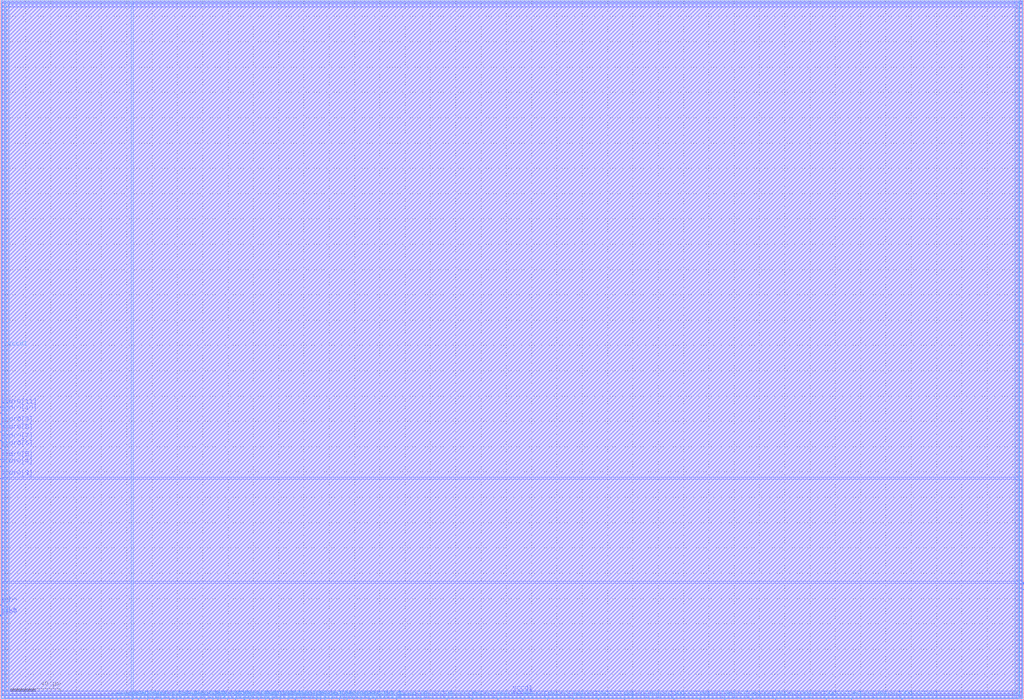
<source format=lef>
VERSION 5.4 ;
NAMESCASESENSITIVE ON ;
BUSBITCHARS "[]" ;
DIVIDERCHAR "/" ;
UNITS
  DATABASE MICRONS 2000 ;
END UNITS
MACRO sram_32_2048_sky130
   CLASS BLOCK ;
   SIZE 808.9 BY 553.22 ;
   SYMMETRY X Y R90 ;
   PIN din0[0]
      DIRECTION INPUT ;
      PORT
         LAYER met4 ;
         RECT  104.04 0.0 104.42 1.06 ;
      END
   END din0[0]
   PIN din0[1]
      DIRECTION INPUT ;
      PORT
         LAYER met4 ;
         RECT  109.48 0.0 109.86 1.06 ;
      END
   END din0[1]
   PIN din0[2]
      DIRECTION INPUT ;
      PORT
         LAYER met4 ;
         RECT  116.28 0.0 116.66 1.06 ;
      END
   END din0[2]
   PIN din0[3]
      DIRECTION INPUT ;
      PORT
         LAYER met4 ;
         RECT  121.72 0.0 122.1 1.06 ;
      END
   END din0[3]
   PIN din0[4]
      DIRECTION INPUT ;
      PORT
         LAYER met4 ;
         RECT  127.16 0.0 127.54 1.06 ;
      END
   END din0[4]
   PIN din0[5]
      DIRECTION INPUT ;
      PORT
         LAYER met4 ;
         RECT  133.96 0.0 134.34 1.06 ;
      END
   END din0[5]
   PIN din0[6]
      DIRECTION INPUT ;
      PORT
         LAYER met4 ;
         RECT  139.4 0.0 139.78 1.06 ;
      END
   END din0[6]
   PIN din0[7]
      DIRECTION INPUT ;
      PORT
         LAYER met4 ;
         RECT  144.84 0.0 145.22 1.06 ;
      END
   END din0[7]
   PIN din0[8]
      DIRECTION INPUT ;
      PORT
         LAYER met4 ;
         RECT  151.64 0.0 152.02 1.06 ;
      END
   END din0[8]
   PIN din0[9]
      DIRECTION INPUT ;
      PORT
         LAYER met4 ;
         RECT  156.4 0.0 156.78 1.06 ;
      END
   END din0[9]
   PIN din0[10]
      DIRECTION INPUT ;
      PORT
         LAYER met4 ;
         RECT  162.52 0.0 162.9 1.06 ;
      END
   END din0[10]
   PIN din0[11]
      DIRECTION INPUT ;
      PORT
         LAYER met4 ;
         RECT  167.96 0.0 168.34 1.06 ;
      END
   END din0[11]
   PIN din0[12]
      DIRECTION INPUT ;
      PORT
         LAYER met4 ;
         RECT  174.08 0.0 174.46 1.06 ;
      END
   END din0[12]
   PIN din0[13]
      DIRECTION INPUT ;
      PORT
         LAYER met4 ;
         RECT  179.52 0.0 179.9 1.06 ;
      END
   END din0[13]
   PIN din0[14]
      DIRECTION INPUT ;
      PORT
         LAYER met4 ;
         RECT  185.64 0.0 186.02 1.06 ;
      END
   END din0[14]
   PIN din0[15]
      DIRECTION INPUT ;
      PORT
         LAYER met4 ;
         RECT  192.44 0.0 192.82 1.06 ;
      END
   END din0[15]
   PIN din0[16]
      DIRECTION INPUT ;
      PORT
         LAYER met4 ;
         RECT  197.2 0.0 197.58 1.06 ;
      END
   END din0[16]
   PIN din0[17]
      DIRECTION INPUT ;
      PORT
         LAYER met4 ;
         RECT  204.0 0.0 204.38 1.06 ;
      END
   END din0[17]
   PIN din0[18]
      DIRECTION INPUT ;
      PORT
         LAYER met4 ;
         RECT  209.44 0.0 209.82 1.06 ;
      END
   END din0[18]
   PIN din0[19]
      DIRECTION INPUT ;
      PORT
         LAYER met4 ;
         RECT  214.88 0.0 215.26 1.06 ;
      END
   END din0[19]
   PIN din0[20]
      DIRECTION INPUT ;
      PORT
         LAYER met4 ;
         RECT  221.0 0.0 221.38 1.06 ;
      END
   END din0[20]
   PIN din0[21]
      DIRECTION INPUT ;
      PORT
         LAYER met4 ;
         RECT  227.12 0.0 227.5 1.06 ;
      END
   END din0[21]
   PIN din0[22]
      DIRECTION INPUT ;
      PORT
         LAYER met4 ;
         RECT  233.24 0.0 233.62 1.06 ;
      END
   END din0[22]
   PIN din0[23]
      DIRECTION INPUT ;
      PORT
         LAYER met4 ;
         RECT  238.0 0.0 238.38 1.06 ;
      END
   END din0[23]
   PIN din0[24]
      DIRECTION INPUT ;
      PORT
         LAYER met4 ;
         RECT  244.8 0.0 245.18 1.06 ;
      END
   END din0[24]
   PIN din0[25]
      DIRECTION INPUT ;
      PORT
         LAYER met4 ;
         RECT  249.56 0.0 249.94 1.06 ;
      END
   END din0[25]
   PIN din0[26]
      DIRECTION INPUT ;
      PORT
         LAYER met4 ;
         RECT  256.36 0.0 256.74 1.06 ;
      END
   END din0[26]
   PIN din0[27]
      DIRECTION INPUT ;
      PORT
         LAYER met4 ;
         RECT  261.8 0.0 262.18 1.06 ;
      END
   END din0[27]
   PIN din0[28]
      DIRECTION INPUT ;
      PORT
         LAYER met4 ;
         RECT  267.92 0.0 268.3 1.06 ;
      END
   END din0[28]
   PIN din0[29]
      DIRECTION INPUT ;
      PORT
         LAYER met4 ;
         RECT  274.04 0.0 274.42 1.06 ;
      END
   END din0[29]
   PIN din0[30]
      DIRECTION INPUT ;
      PORT
         LAYER met4 ;
         RECT  279.48 0.0 279.86 1.06 ;
      END
   END din0[30]
   PIN din0[31]
      DIRECTION INPUT ;
      PORT
         LAYER met4 ;
         RECT  284.92 0.0 285.3 1.06 ;
      END
   END din0[31]
   PIN din0[32]
      DIRECTION INPUT ;
      PORT
         LAYER met4 ;
         RECT  291.04 0.0 291.42 1.06 ;
      END
   END din0[32]
   PIN addr0[0]
      DIRECTION INPUT ;
      PORT
         LAYER met4 ;
         RECT  87.04 0.0 87.42 1.06 ;
      END
   END addr0[0]
   PIN addr0[1]
      DIRECTION INPUT ;
      PORT
         LAYER met4 ;
         RECT  92.48 0.0 92.86 1.06 ;
      END
   END addr0[1]
   PIN addr0[2]
      DIRECTION INPUT ;
      PORT
         LAYER met4 ;
         RECT  98.6 0.0 98.98 1.06 ;
      END
   END addr0[2]
   PIN addr0[3]
      DIRECTION INPUT ;
      PORT
         LAYER met3 ;
         RECT  0.0 174.76 1.06 175.14 ;
      END
   END addr0[3]
   PIN addr0[4]
      DIRECTION INPUT ;
      PORT
         LAYER met3 ;
         RECT  0.0 184.28 1.06 184.66 ;
      END
   END addr0[4]
   PIN addr0[5]
      DIRECTION INPUT ;
      PORT
         LAYER met3 ;
         RECT  0.0 189.72 1.06 190.1 ;
      END
   END addr0[5]
   PIN addr0[6]
      DIRECTION INPUT ;
      PORT
         LAYER met3 ;
         RECT  0.0 198.56 1.06 198.94 ;
      END
   END addr0[6]
   PIN addr0[7]
      DIRECTION INPUT ;
      PORT
         LAYER met3 ;
         RECT  0.0 204.68 1.06 205.06 ;
      END
   END addr0[7]
   PIN addr0[8]
      DIRECTION INPUT ;
      PORT
         LAYER met3 ;
         RECT  0.0 211.48 1.06 211.86 ;
      END
   END addr0[8]
   PIN addr0[9]
      DIRECTION INPUT ;
      PORT
         LAYER met3 ;
         RECT  0.0 217.6 1.06 217.98 ;
      END
   END addr0[9]
   PIN addr0[10]
      DIRECTION INPUT ;
      PORT
         LAYER met3 ;
         RECT  0.0 226.44 1.06 226.82 ;
      END
   END addr0[10]
   PIN addr0[11]
      DIRECTION INPUT ;
      PORT
         LAYER met3 ;
         RECT  0.0 231.2 1.06 231.58 ;
      END
   END addr0[11]
   PIN csb0
      DIRECTION INPUT ;
      PORT
         LAYER met3 ;
         RECT  0.0 65.96 1.06 66.34 ;
      END
   END csb0
   PIN web0
      DIRECTION INPUT ;
      PORT
         LAYER met3 ;
         RECT  0.0 74.8 1.06 75.18 ;
      END
   END web0
   PIN clk0
      DIRECTION INPUT ;
      PORT
         LAYER met3 ;
         RECT  0.0 66.64 1.06 67.02 ;
      END
   END clk0
   PIN spare_wen0
      DIRECTION INPUT ;
      PORT
         LAYER met4 ;
         RECT  296.48 0.0 296.86 1.06 ;
      END
   END spare_wen0
   PIN dout0[0]
      DIRECTION OUTPUT ;
      PORT
         LAYER met4 ;
         RECT  152.32 0.0 152.7 1.06 ;
      END
   END dout0[0]
   PIN dout0[1]
      DIRECTION OUTPUT ;
      PORT
         LAYER met4 ;
         RECT  172.04 0.0 172.42 1.06 ;
      END
   END dout0[1]
   PIN dout0[2]
      DIRECTION OUTPUT ;
      PORT
         LAYER met4 ;
         RECT  193.12 0.0 193.5 1.06 ;
      END
   END dout0[2]
   PIN dout0[3]
      DIRECTION OUTPUT ;
      PORT
         LAYER met4 ;
         RECT  212.84 0.0 213.22 1.06 ;
      END
   END dout0[3]
   PIN dout0[4]
      DIRECTION OUTPUT ;
      PORT
         LAYER met4 ;
         RECT  232.56 0.0 232.94 1.06 ;
      END
   END dout0[4]
   PIN dout0[5]
      DIRECTION OUTPUT ;
      PORT
         LAYER met4 ;
         RECT  252.96 0.0 253.34 1.06 ;
      END
   END dout0[5]
   PIN dout0[6]
      DIRECTION OUTPUT ;
      PORT
         LAYER met4 ;
         RECT  271.32 0.0 271.7 1.06 ;
      END
   END dout0[6]
   PIN dout0[7]
      DIRECTION OUTPUT ;
      PORT
         LAYER met4 ;
         RECT  292.4 0.0 292.78 1.06 ;
      END
   END dout0[7]
   PIN dout0[8]
      DIRECTION OUTPUT ;
      PORT
         LAYER met4 ;
         RECT  312.8 0.0 313.18 1.06 ;
      END
   END dout0[8]
   PIN dout0[9]
      DIRECTION OUTPUT ;
      PORT
         LAYER met4 ;
         RECT  332.52 0.0 332.9 1.06 ;
      END
   END dout0[9]
   PIN dout0[10]
      DIRECTION OUTPUT ;
      PORT
         LAYER met4 ;
         RECT  352.92 0.0 353.3 1.06 ;
      END
   END dout0[10]
   PIN dout0[11]
      DIRECTION OUTPUT ;
      PORT
         LAYER met4 ;
         RECT  372.64 0.0 373.02 1.06 ;
      END
   END dout0[11]
   PIN dout0[12]
      DIRECTION OUTPUT ;
      PORT
         LAYER met4 ;
         RECT  393.04 0.0 393.42 1.06 ;
      END
   END dout0[12]
   PIN dout0[13]
      DIRECTION OUTPUT ;
      PORT
         LAYER met4 ;
         RECT  412.76 0.0 413.14 1.06 ;
      END
   END dout0[13]
   PIN dout0[14]
      DIRECTION OUTPUT ;
      PORT
         LAYER met4 ;
         RECT  432.48 0.0 432.86 1.06 ;
      END
   END dout0[14]
   PIN dout0[15]
      DIRECTION OUTPUT ;
      PORT
         LAYER met4 ;
         RECT  452.88 0.0 453.26 1.06 ;
      END
   END dout0[15]
   PIN dout0[16]
      DIRECTION OUTPUT ;
      PORT
         LAYER met4 ;
         RECT  472.6 0.0 472.98 1.06 ;
      END
   END dout0[16]
   PIN dout0[17]
      DIRECTION OUTPUT ;
      PORT
         LAYER met4 ;
         RECT  493.0 0.0 493.38 1.06 ;
      END
   END dout0[17]
   PIN dout0[18]
      DIRECTION OUTPUT ;
      PORT
         LAYER met4 ;
         RECT  512.72 0.0 513.1 1.06 ;
      END
   END dout0[18]
   PIN dout0[19]
      DIRECTION OUTPUT ;
      PORT
         LAYER met4 ;
         RECT  532.44 0.0 532.82 1.06 ;
      END
   END dout0[19]
   PIN dout0[20]
      DIRECTION OUTPUT ;
      PORT
         LAYER met4 ;
         RECT  552.84 0.0 553.22 1.06 ;
      END
   END dout0[20]
   PIN dout0[21]
      DIRECTION OUTPUT ;
      PORT
         LAYER met4 ;
         RECT  572.56 0.0 572.94 1.06 ;
      END
   END dout0[21]
   PIN dout0[22]
      DIRECTION OUTPUT ;
      PORT
         LAYER met4 ;
         RECT  592.96 0.0 593.34 1.06 ;
      END
   END dout0[22]
   PIN dout0[23]
      DIRECTION OUTPUT ;
      PORT
         LAYER met4 ;
         RECT  612.68 0.0 613.06 1.06 ;
      END
   END dout0[23]
   PIN dout0[24]
      DIRECTION OUTPUT ;
      PORT
         LAYER met4 ;
         RECT  633.08 0.0 633.46 1.06 ;
      END
   END dout0[24]
   PIN dout0[25]
      DIRECTION OUTPUT ;
      PORT
         LAYER met4 ;
         RECT  652.8 0.0 653.18 1.06 ;
      END
   END dout0[25]
   PIN dout0[26]
      DIRECTION OUTPUT ;
      PORT
         LAYER met4 ;
         RECT  672.52 0.0 672.9 1.06 ;
      END
   END dout0[26]
   PIN dout0[27]
      DIRECTION OUTPUT ;
      PORT
         LAYER met4 ;
         RECT  692.92 0.0 693.3 1.06 ;
      END
   END dout0[27]
   PIN dout0[28]
      DIRECTION OUTPUT ;
      PORT
         LAYER met4 ;
         RECT  712.64 0.0 713.02 1.06 ;
      END
   END dout0[28]
   PIN dout0[29]
      DIRECTION OUTPUT ;
      PORT
         LAYER met3 ;
         RECT  807.84 92.48 808.9 92.86 ;
      END
   END dout0[29]
   PIN dout0[30]
      DIRECTION OUTPUT ;
      PORT
         LAYER met3 ;
         RECT  807.84 91.8 808.9 92.18 ;
      END
   END dout0[30]
   PIN dout0[31]
      DIRECTION OUTPUT ;
      PORT
         LAYER met3 ;
         RECT  807.84 91.12 808.9 91.5 ;
      END
   END dout0[31]
   PIN dout0[32]
      DIRECTION OUTPUT ;
      PORT
         LAYER met3 ;
         RECT  807.84 87.04 808.9 87.42 ;
      END
   END dout0[32]
   PIN vccd1
      DIRECTION INOUT ;
      USE POWER ; 
      SHAPE ABUTMENT ; 
      PORT
         LAYER met4 ;
         RECT  802.4 4.76 804.14 549.82 ;
         LAYER met3 ;
         RECT  4.76 548.08 804.14 549.82 ;
         LAYER met4 ;
         RECT  4.76 4.76 6.5 549.82 ;
         LAYER met3 ;
         RECT  4.76 4.76 804.14 6.5 ;
      END
   END vccd1
   PIN vssd1
      DIRECTION INOUT ;
      USE GROUND ; 
      SHAPE ABUTMENT ; 
      PORT
         LAYER met3 ;
         RECT  1.36 551.48 807.54 553.22 ;
         LAYER met4 ;
         RECT  1.36 1.36 3.1 553.22 ;
         LAYER met3 ;
         RECT  1.36 1.36 807.54 3.1 ;
         LAYER met4 ;
         RECT  805.8 1.36 807.54 553.22 ;
      END
   END vssd1
   OBS
   LAYER  met1 ;
      RECT  0.62 0.62 808.28 552.6 ;
   LAYER  met2 ;
      RECT  0.62 0.62 808.28 552.6 ;
   LAYER  met3 ;
      RECT  1.66 174.16 808.28 175.74 ;
      RECT  0.62 175.74 1.66 183.68 ;
      RECT  0.62 185.26 1.66 189.12 ;
      RECT  0.62 190.7 1.66 197.96 ;
      RECT  0.62 199.54 1.66 204.08 ;
      RECT  0.62 205.66 1.66 210.88 ;
      RECT  0.62 212.46 1.66 217.0 ;
      RECT  0.62 218.58 1.66 225.84 ;
      RECT  0.62 227.42 1.66 230.6 ;
      RECT  0.62 75.78 1.66 174.16 ;
      RECT  0.62 67.62 1.66 74.2 ;
      RECT  1.66 91.88 807.24 93.46 ;
      RECT  1.66 93.46 807.24 174.16 ;
      RECT  807.24 93.46 808.28 174.16 ;
      RECT  807.24 88.02 808.28 90.52 ;
      RECT  1.66 175.74 4.16 547.48 ;
      RECT  1.66 547.48 4.16 550.42 ;
      RECT  4.16 175.74 804.74 547.48 ;
      RECT  804.74 175.74 808.28 547.48 ;
      RECT  804.74 547.48 808.28 550.42 ;
      RECT  1.66 4.16 4.16 7.1 ;
      RECT  1.66 7.1 4.16 91.88 ;
      RECT  4.16 7.1 804.74 91.88 ;
      RECT  804.74 4.16 807.24 7.1 ;
      RECT  804.74 7.1 807.24 91.88 ;
      RECT  0.62 232.18 0.76 550.88 ;
      RECT  0.62 550.88 0.76 552.6 ;
      RECT  0.76 232.18 1.66 550.88 ;
      RECT  1.66 550.42 4.16 550.88 ;
      RECT  4.16 550.42 804.74 550.88 ;
      RECT  804.74 550.42 808.14 550.88 ;
      RECT  808.14 550.42 808.28 550.88 ;
      RECT  808.14 550.88 808.28 552.6 ;
      RECT  0.62 0.62 0.76 0.76 ;
      RECT  0.62 0.76 0.76 3.7 ;
      RECT  0.62 3.7 0.76 65.36 ;
      RECT  0.76 0.62 1.66 0.76 ;
      RECT  0.76 3.7 1.66 65.36 ;
      RECT  807.24 0.62 808.14 0.76 ;
      RECT  807.24 3.7 808.14 86.44 ;
      RECT  808.14 0.62 808.28 0.76 ;
      RECT  808.14 0.76 808.28 3.7 ;
      RECT  808.14 3.7 808.28 86.44 ;
      RECT  1.66 0.62 4.16 0.76 ;
      RECT  1.66 3.7 4.16 4.16 ;
      RECT  4.16 0.62 804.74 0.76 ;
      RECT  4.16 3.7 804.74 4.16 ;
      RECT  804.74 0.62 807.24 0.76 ;
      RECT  804.74 3.7 807.24 4.16 ;
   LAYER  met4 ;
      RECT  103.44 1.66 105.02 552.6 ;
      RECT  105.02 0.62 108.88 1.66 ;
      RECT  110.46 0.62 115.68 1.66 ;
      RECT  117.26 0.62 121.12 1.66 ;
      RECT  122.7 0.62 126.56 1.66 ;
      RECT  128.14 0.62 133.36 1.66 ;
      RECT  134.94 0.62 138.8 1.66 ;
      RECT  140.38 0.62 144.24 1.66 ;
      RECT  145.82 0.62 151.04 1.66 ;
      RECT  157.38 0.62 161.92 1.66 ;
      RECT  163.5 0.62 167.36 1.66 ;
      RECT  175.06 0.62 178.92 1.66 ;
      RECT  180.5 0.62 185.04 1.66 ;
      RECT  186.62 0.62 191.84 1.66 ;
      RECT  198.18 0.62 203.4 1.66 ;
      RECT  204.98 0.62 208.84 1.66 ;
      RECT  215.86 0.62 220.4 1.66 ;
      RECT  221.98 0.62 226.52 1.66 ;
      RECT  234.22 0.62 237.4 1.66 ;
      RECT  238.98 0.62 244.2 1.66 ;
      RECT  245.78 0.62 248.96 1.66 ;
      RECT  257.34 0.62 261.2 1.66 ;
      RECT  262.78 0.62 267.32 1.66 ;
      RECT  275.02 0.62 278.88 1.66 ;
      RECT  280.46 0.62 284.32 1.66 ;
      RECT  285.9 0.62 290.44 1.66 ;
      RECT  88.02 0.62 91.88 1.66 ;
      RECT  93.46 0.62 98.0 1.66 ;
      RECT  99.58 0.62 103.44 1.66 ;
      RECT  153.3 0.62 155.8 1.66 ;
      RECT  168.94 0.62 171.44 1.66 ;
      RECT  173.02 0.62 173.48 1.66 ;
      RECT  194.1 0.62 196.6 1.66 ;
      RECT  210.42 0.62 212.24 1.66 ;
      RECT  213.82 0.62 214.28 1.66 ;
      RECT  228.1 0.62 231.96 1.66 ;
      RECT  250.54 0.62 252.36 1.66 ;
      RECT  253.94 0.62 255.76 1.66 ;
      RECT  268.9 0.62 270.72 1.66 ;
      RECT  272.3 0.62 273.44 1.66 ;
      RECT  293.38 0.62 295.88 1.66 ;
      RECT  297.46 0.62 312.2 1.66 ;
      RECT  313.78 0.62 331.92 1.66 ;
      RECT  333.5 0.62 352.32 1.66 ;
      RECT  353.9 0.62 372.04 1.66 ;
      RECT  373.62 0.62 392.44 1.66 ;
      RECT  394.02 0.62 412.16 1.66 ;
      RECT  413.74 0.62 431.88 1.66 ;
      RECT  433.46 0.62 452.28 1.66 ;
      RECT  453.86 0.62 472.0 1.66 ;
      RECT  473.58 0.62 492.4 1.66 ;
      RECT  493.98 0.62 512.12 1.66 ;
      RECT  513.7 0.62 531.84 1.66 ;
      RECT  533.42 0.62 552.24 1.66 ;
      RECT  553.82 0.62 571.96 1.66 ;
      RECT  573.54 0.62 592.36 1.66 ;
      RECT  593.94 0.62 612.08 1.66 ;
      RECT  613.66 0.62 632.48 1.66 ;
      RECT  634.06 0.62 652.2 1.66 ;
      RECT  653.78 0.62 671.92 1.66 ;
      RECT  673.5 0.62 692.32 1.66 ;
      RECT  693.9 0.62 712.04 1.66 ;
      RECT  105.02 1.66 801.8 4.16 ;
      RECT  105.02 4.16 801.8 550.42 ;
      RECT  105.02 550.42 801.8 552.6 ;
      RECT  801.8 1.66 804.74 4.16 ;
      RECT  801.8 550.42 804.74 552.6 ;
      RECT  4.16 1.66 7.1 4.16 ;
      RECT  4.16 550.42 7.1 552.6 ;
      RECT  7.1 1.66 103.44 4.16 ;
      RECT  7.1 4.16 103.44 550.42 ;
      RECT  7.1 550.42 103.44 552.6 ;
      RECT  0.62 0.62 0.76 0.76 ;
      RECT  0.62 0.76 0.76 1.66 ;
      RECT  0.76 0.62 3.7 0.76 ;
      RECT  3.7 0.62 86.44 0.76 ;
      RECT  3.7 0.76 86.44 1.66 ;
      RECT  0.62 1.66 0.76 4.16 ;
      RECT  3.7 1.66 4.16 4.16 ;
      RECT  0.62 4.16 0.76 550.42 ;
      RECT  3.7 4.16 4.16 550.42 ;
      RECT  0.62 550.42 0.76 552.6 ;
      RECT  3.7 550.42 4.16 552.6 ;
      RECT  713.62 0.62 805.2 0.76 ;
      RECT  713.62 0.76 805.2 1.66 ;
      RECT  805.2 0.62 808.14 0.76 ;
      RECT  808.14 0.62 808.28 0.76 ;
      RECT  808.14 0.76 808.28 1.66 ;
      RECT  804.74 1.66 805.2 4.16 ;
      RECT  808.14 1.66 808.28 4.16 ;
      RECT  804.74 4.16 805.2 550.42 ;
      RECT  808.14 4.16 808.28 550.42 ;
      RECT  804.74 550.42 805.2 552.6 ;
      RECT  808.14 550.42 808.28 552.6 ;
   END
END    sram_32_2048_sky130
END    LIBRARY

</source>
